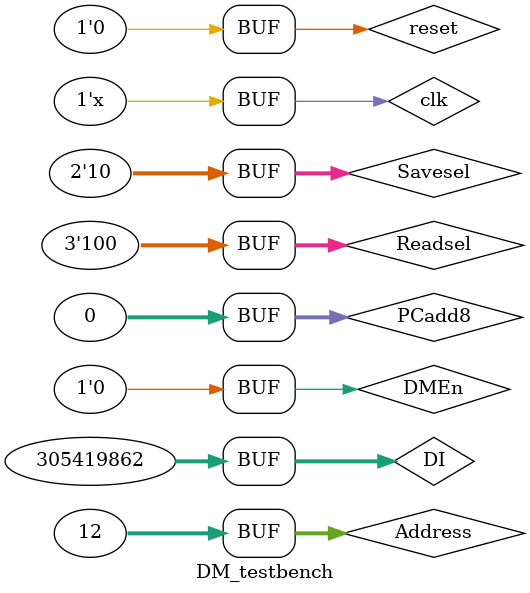
<source format=v>
`timescale 1ns / 1ps


module DM_testbench;

	// Inputs
	reg clk;
	reg reset;
	reg [31:0] Address;
	reg [31:0] DI;
	reg [1:0] Savesel;
	reg [2:0] Readsel;
	reg DMEn;
	reg [31:0] PCadd8;

	// Outputs
	wire [31:0] DMout;

	// Instantiate the Unit Under Test (UUT)
	DM uut (
		.clk(clk), 
		.reset(reset), 
		.Address(Address), 
		.DI(DI), 
		.Savesel(Savesel), 
		.Readsel(Readsel), 
		.DMEn(DMEn), 
		.PCadd8(PCadd8), 
		.DMout(DMout)
	);

	initial begin
		// Initialize Inputs
		clk = 0;
		reset = 1;
		Address = 0;
		DI = 0;
		Savesel = 0;
		Readsel = 0;
		DMEn = 0;
		PCadd8 = 0;

		// Wait 100 ns for global reset to finish
		#100;
      reset=0;
		DMEn=1;
		// Add stimulus here
		//´æ×Ö 87654321
		DI=32'h87654321;
		Address=0;
		Savesel=0;
		#10
		//´æ°ë×Ö 87658765
		DI=32'h12348765;
		Address=32'h00000004;
		Savesel=1;
		#10;
		DI=32'h12345678;
		Address=32'h00000005;
		Savesel=1;
		#10;
		DI=32'h12345678;
		Address=32'h00000006;
		Savesel=1;
		#10;
		DI=32'h12345678;
		Address=32'h00000007;
		Savesel=1;
		#10;
		//´æ×Ö½Ú 56877887
		DI=32'h12345687;
		Savesel=2;
		Address=32'h00000008;
		#10
		DI=32'h12345678;
		Savesel=2;
		Address=32'h00000009;
		#10
		DI=32'h12345687;
		Savesel=2;
		Address=32'h0000000a;
		#10
		DI=32'h12345656;
		Savesel=2;
		Address=32'h0000000b;
		#10
		
		DMEn=0;
		//È¡×Ö
		Readsel=3'b000;
		Address=32'h00000000;
		#10
		Readsel=3'b000;
		Address=32'h00000004;
		#10
		Readsel=3'b000;
		Address=32'h00000008;
		#10
		//È¡ÎÞ·ûºÅ°ë×Ö
		Readsel=3'b001;
		Address=32'h00000000;
		#10;
		Address=32'h00000001;
		#10;
		Address=32'h00000002;
		#10;
		Address=32'h00000003;
		#10;
		Address=32'h00000004;
		#10;
		Address=32'h00000005;
		#10;
		Address=32'h00000006;
		#10;
		Address=32'h00000007;
		#10;
		Address=32'h00000008;
		#10;
		Address=32'h00000009;
		#10;
		Address=32'h0000000a;
		#10;
		Address=32'h0000000b;
		#10;
		Address=32'h0000000c;
		#10;
		//È¡·ûºÅ°ë×Ö
		Readsel=3'b010;
		Address=32'h00000000;
		#10;
		Address=32'h00000001;
		#10;
		Address=32'h00000002;
		#10;
		Address=32'h00000003;
		#10;
		Address=32'h00000004;
		#10;
		Address=32'h00000005;
		#10;
		Address=32'h00000006;
		#10;
		Address=32'h00000007;
		#10;
		Address=32'h00000008;
		#10;
		Address=32'h00000009;
		#10;
		Address=32'h0000000a;
		#10;
		Address=32'h0000000b;
		#10;
		Address=32'h0000000c;
		#10;
		//È¡ÎÞ·ûºÅ×Ö½Ú
		Readsel=3'b011;
		Address=32'h00000000;
		#10;
		Address=32'h00000001;
		#10;
		Address=32'h00000002;
		#10;
		Address=32'h00000003;
		#10;
		Address=32'h00000004;
		#10;
		Address=32'h00000005;
		#10;
		Address=32'h00000006;
		#10;
		Address=32'h00000007;
		#10;
		Address=32'h00000008;
		#10;
		Address=32'h00000009;
		#10;
		Address=32'h0000000a;
		#10;
		Address=32'h0000000b;
		#10;
		Address=32'h0000000c;
		#10;
		//È¡·ûºÅ×Ö½Ú
		Readsel=3'b100;
		Address=32'h00000000;
		#10;
		Address=32'h00000001;
		#10;
		Address=32'h00000002;
		#10;
		Address=32'h00000003;
		#10;
		Address=32'h00000004;
		#10;
		Address=32'h00000005;
		#10;
		Address=32'h00000006;
		#10;
		Address=32'h00000007;
		#10;
		Address=32'h00000008;
		#10;
		Address=32'h00000009;
		#10;
		Address=32'h0000000a;
		#10;
		Address=32'h0000000b;
		#10;
		Address=32'h0000000c;
		#10;
	end
   always #5 clk=~clk;
endmodule


</source>
